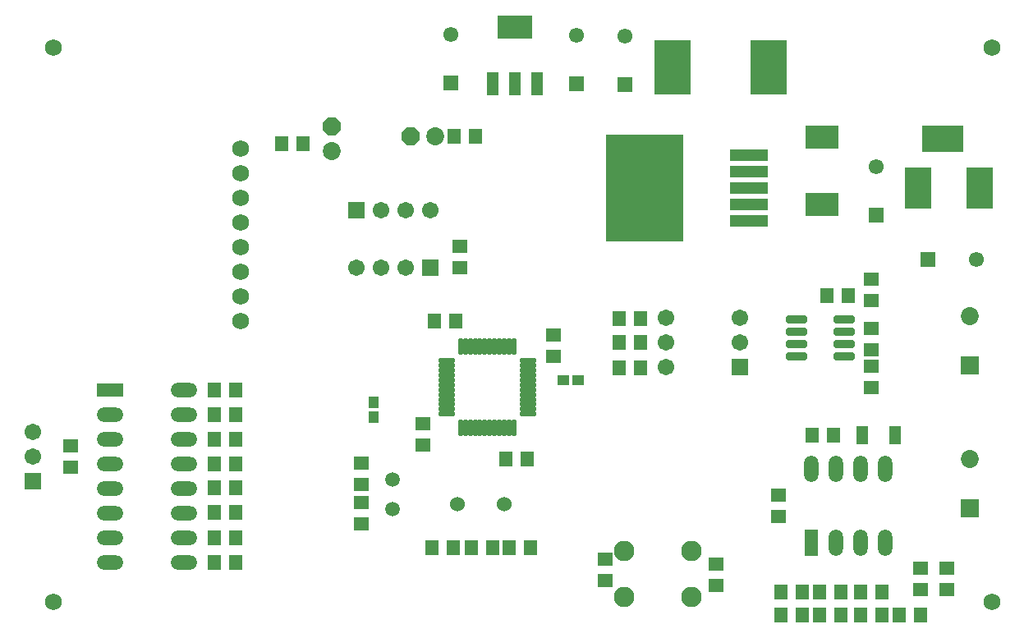
<source format=gbr>
G04*
G04 #@! TF.GenerationSoftware,Altium Limited,Altium Designer,22.4.2 (48)*
G04*
G04 Layer_Color=8388736*
%FSLAX25Y25*%
%MOIN*%
G70*
G04*
G04 #@! TF.SameCoordinates,F61A7644-D23D-4A37-B683-A49046494346*
G04*
G04*
G04 #@! TF.FilePolarity,Negative*
G04*
G01*
G75*
%ADD33R,0.04537X0.04340*%
G04:AMPARAMS|DCode=34|XSize=19.02mil|YSize=69.42mil|CornerRadius=6.76mil|HoleSize=0mil|Usage=FLASHONLY|Rotation=180.000|XOffset=0mil|YOffset=0mil|HoleType=Round|Shape=RoundedRectangle|*
%AMROUNDEDRECTD34*
21,1,0.01902,0.05591,0,0,180.0*
21,1,0.00551,0.06942,0,0,180.0*
1,1,0.01351,-0.00276,0.02795*
1,1,0.01351,0.00276,0.02795*
1,1,0.01351,0.00276,-0.02795*
1,1,0.01351,-0.00276,-0.02795*
%
%ADD34ROUNDEDRECTD34*%
G04:AMPARAMS|DCode=35|XSize=19.02mil|YSize=69.42mil|CornerRadius=6.76mil|HoleSize=0mil|Usage=FLASHONLY|Rotation=90.000|XOffset=0mil|YOffset=0mil|HoleType=Round|Shape=RoundedRectangle|*
%AMROUNDEDRECTD35*
21,1,0.01902,0.05591,0,0,90.0*
21,1,0.00551,0.06942,0,0,90.0*
1,1,0.01351,0.02795,0.00276*
1,1,0.01351,0.02795,-0.00276*
1,1,0.01351,-0.02795,-0.00276*
1,1,0.01351,-0.02795,0.00276*
%
%ADD35ROUNDEDRECTD35*%
%ADD36R,0.06312X0.05524*%
%ADD37R,0.05524X0.06312*%
%ADD38R,0.05131X0.09265*%
%ADD39R,0.13989X0.09265*%
%ADD40R,0.04340X0.04537*%
G04:AMPARAMS|DCode=41|XSize=85.56mil|YSize=31.23mil|CornerRadius=6.9mil|HoleSize=0mil|Usage=FLASHONLY|Rotation=0.000|XOffset=0mil|YOffset=0mil|HoleType=Round|Shape=RoundedRectangle|*
%AMROUNDEDRECTD41*
21,1,0.08556,0.01742,0,0,0.0*
21,1,0.07175,0.03123,0,0,0.0*
1,1,0.01381,0.03588,-0.00871*
1,1,0.01381,-0.03588,-0.00871*
1,1,0.01381,-0.03588,0.00871*
1,1,0.01381,0.03588,0.00871*
%
%ADD41ROUNDEDRECTD41*%
%ADD42R,0.14973X0.22453*%
%ADD43R,0.04737X0.07690*%
%ADD44R,0.15721X0.04698*%
%ADD45R,0.31824X0.43477*%
%ADD46R,0.13320X0.09658*%
%ADD47C,0.07296*%
%ADD48R,0.07296X0.07296*%
%ADD49R,0.06706X0.06706*%
%ADD50C,0.06706*%
%ADD51C,0.06800*%
%ADD52C,0.06115*%
%ADD53R,0.06115X0.06115*%
%ADD54O,0.10800X0.05800*%
%ADD55R,0.10800X0.05800*%
%ADD56C,0.08300*%
%ADD57O,0.05800X0.10800*%
%ADD58R,0.05800X0.10800*%
%ADD59C,0.06000*%
%ADD60C,0.05918*%
%ADD61R,0.06706X0.06706*%
%ADD62R,0.06115X0.06115*%
%ADD63R,0.16800X0.10800*%
%ADD64R,0.10800X0.16800*%
%ADD65C,0.07300*%
%ADD66P,0.07902X8X292.5*%
%ADD67P,0.07902X8X22.5*%
D33*
X227047Y110000D02*
D03*
X232953D02*
D03*
D34*
X185342Y90718D02*
D03*
X187310D02*
D03*
X189279D02*
D03*
X191247D02*
D03*
X193216D02*
D03*
X195185D02*
D03*
X197153D02*
D03*
X199121D02*
D03*
X201090D02*
D03*
X203059D02*
D03*
X205027D02*
D03*
X206996D02*
D03*
Y123632D02*
D03*
X205027D02*
D03*
X203059D02*
D03*
X201090D02*
D03*
X199121D02*
D03*
X197153D02*
D03*
X195185D02*
D03*
X193216D02*
D03*
X191247D02*
D03*
X189279D02*
D03*
X187310D02*
D03*
X185342D02*
D03*
D35*
X212625Y96348D02*
D03*
Y98317D02*
D03*
Y100285D02*
D03*
Y102254D02*
D03*
Y104222D02*
D03*
Y106191D02*
D03*
Y108159D02*
D03*
Y110128D02*
D03*
Y112096D02*
D03*
Y114065D02*
D03*
Y116033D02*
D03*
Y118002D02*
D03*
X179712D02*
D03*
Y116033D02*
D03*
Y114065D02*
D03*
Y112096D02*
D03*
Y110128D02*
D03*
Y108159D02*
D03*
Y106191D02*
D03*
Y104222D02*
D03*
Y102254D02*
D03*
Y100285D02*
D03*
Y98317D02*
D03*
Y96348D02*
D03*
D36*
X352000Y115754D02*
D03*
Y107092D02*
D03*
Y131254D02*
D03*
Y122592D02*
D03*
X223169Y119849D02*
D03*
Y128511D02*
D03*
X145169Y67849D02*
D03*
Y76511D02*
D03*
Y60494D02*
D03*
Y51833D02*
D03*
X170169Y92511D02*
D03*
Y83849D02*
D03*
X382687Y25115D02*
D03*
Y33776D02*
D03*
X314515Y54780D02*
D03*
Y63442D02*
D03*
X27000Y74681D02*
D03*
Y83342D02*
D03*
X372122Y33776D02*
D03*
Y25115D02*
D03*
X244000Y37343D02*
D03*
Y28681D02*
D03*
X289132Y35363D02*
D03*
Y26702D02*
D03*
X185230Y164456D02*
D03*
Y155794D02*
D03*
X352000Y142350D02*
D03*
Y151012D02*
D03*
D37*
X191331Y209012D02*
D03*
X182670D02*
D03*
X183499Y134180D02*
D03*
X174838D02*
D03*
X85507Y56439D02*
D03*
X94169D02*
D03*
X85507Y36237D02*
D03*
X94169D02*
D03*
X85507Y46064D02*
D03*
X94169D02*
D03*
X85507Y66337D02*
D03*
X94169D02*
D03*
X85507Y86204D02*
D03*
X94169D02*
D03*
X85507Y76180D02*
D03*
X94169D02*
D03*
X85507Y96183D02*
D03*
X94169D02*
D03*
X212499Y78180D02*
D03*
X203838D02*
D03*
X182499Y42180D02*
D03*
X173838D02*
D03*
X189838D02*
D03*
X198499D02*
D03*
X205025D02*
D03*
X213686D02*
D03*
X363390Y14752D02*
D03*
X372052D02*
D03*
X347820Y14752D02*
D03*
X356482D02*
D03*
X339625D02*
D03*
X330963D02*
D03*
X324099D02*
D03*
X315438D02*
D03*
X328007Y87680D02*
D03*
X336669D02*
D03*
X347820Y24180D02*
D03*
X356482D02*
D03*
X330963Y24191D02*
D03*
X339625D02*
D03*
X315352Y24180D02*
D03*
X324013D02*
D03*
X258311Y125287D02*
D03*
X249649D02*
D03*
X258311Y135207D02*
D03*
X249649D02*
D03*
X258331Y115012D02*
D03*
X249670D02*
D03*
X85507Y106209D02*
D03*
X94169D02*
D03*
X342831Y144423D02*
D03*
X334170D02*
D03*
X121331Y206012D02*
D03*
X112670D02*
D03*
D38*
X198390Y230512D02*
D03*
X207445D02*
D03*
X216500D02*
D03*
D39*
X207445Y253543D02*
D03*
D40*
X150000Y100964D02*
D03*
Y95059D02*
D03*
D41*
X321710Y134923D02*
D03*
Y129923D02*
D03*
Y124923D02*
D03*
Y119923D02*
D03*
X341198D02*
D03*
Y124923D02*
D03*
Y129923D02*
D03*
Y134923D02*
D03*
D42*
X271512Y237012D02*
D03*
X310489D02*
D03*
D43*
X348306Y87680D02*
D03*
X361692D02*
D03*
D44*
X302279Y174819D02*
D03*
Y181512D02*
D03*
Y188205D02*
D03*
Y194898D02*
D03*
Y201590D02*
D03*
D45*
X259956Y188205D02*
D03*
D46*
X332000Y208614D02*
D03*
Y181409D02*
D03*
D47*
X392000Y136012D02*
D03*
Y78012D02*
D03*
D48*
Y116012D02*
D03*
Y58012D02*
D03*
D49*
X298584Y115287D02*
D03*
X143169Y179180D02*
D03*
X173169Y155750D02*
D03*
D50*
X298584Y125287D02*
D03*
Y135287D02*
D03*
X268584Y115287D02*
D03*
Y125287D02*
D03*
Y135287D02*
D03*
X11669Y79180D02*
D03*
Y89180D02*
D03*
X173169Y179180D02*
D03*
X163169D02*
D03*
X153169D02*
D03*
X143169Y155750D02*
D03*
X153169D02*
D03*
X163169D02*
D03*
D51*
X96169Y204180D02*
D03*
Y194180D02*
D03*
Y184180D02*
D03*
Y174180D02*
D03*
Y164180D02*
D03*
Y154180D02*
D03*
Y144180D02*
D03*
Y134180D02*
D03*
X20000Y20012D02*
D03*
Y245012D02*
D03*
X401000Y20012D02*
D03*
Y245012D02*
D03*
D52*
X394686Y159012D02*
D03*
X252000Y249854D02*
D03*
X232501Y250197D02*
D03*
X354000Y196854D02*
D03*
X181500Y250512D02*
D03*
D53*
X375000Y159012D02*
D03*
D54*
X73116Y36209D02*
D03*
Y46209D02*
D03*
Y56209D02*
D03*
Y66209D02*
D03*
Y76209D02*
D03*
Y86209D02*
D03*
Y96209D02*
D03*
Y106209D02*
D03*
X43116Y36209D02*
D03*
Y46209D02*
D03*
Y56209D02*
D03*
Y66209D02*
D03*
Y76209D02*
D03*
Y86209D02*
D03*
Y96209D02*
D03*
D55*
Y106209D02*
D03*
D56*
X278969Y21980D02*
D03*
X251869Y40780D02*
D03*
Y21980D02*
D03*
X278969Y40780D02*
D03*
D57*
X357669Y74180D02*
D03*
X347669D02*
D03*
X337669D02*
D03*
X327669D02*
D03*
X357669Y44180D02*
D03*
X347669D02*
D03*
X337669D02*
D03*
D58*
X327669D02*
D03*
D59*
X184169Y59680D02*
D03*
X203169D02*
D03*
D60*
X157636Y57680D02*
D03*
Y69885D02*
D03*
D61*
X11669Y69180D02*
D03*
D62*
X252000Y230169D02*
D03*
X232500Y230512D02*
D03*
X354000Y177169D02*
D03*
X181500Y230827D02*
D03*
D63*
X381000Y208012D02*
D03*
D64*
X396000Y188012D02*
D03*
X371000D02*
D03*
D65*
X133000Y203012D02*
D03*
X174912Y208967D02*
D03*
D66*
X133000Y213012D02*
D03*
D67*
X164912Y208967D02*
D03*
M02*

</source>
